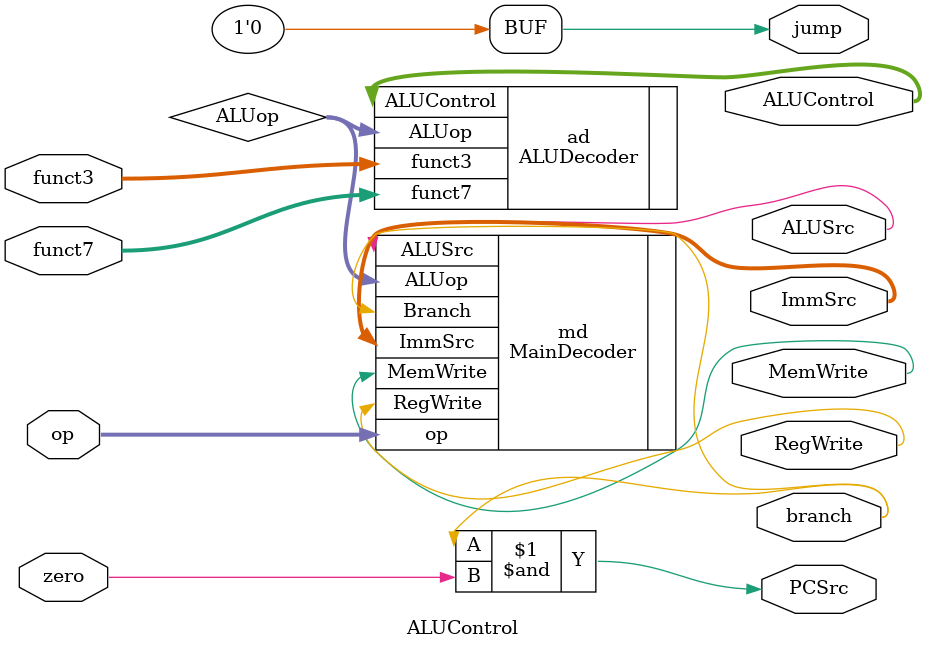
<source format=v>
module ALUControl(
    input [6:0] op,
    input [2:0] funct3,
    input [6:0] funct7,      // Corrected width here
    input zero,
    output wire PCSrc,
    output wire jump,
    output wire ALUSrc,
    output wire RegWrite,
    output wire MemWrite,
    output wire branch,
    output wire [1:0] ImmSrc,
    output wire [2:0] ALUControl
);
    wire [1:0] ALUop;

    // Instantiate MainDecoder with named ports for clarity
    MainDecoder md (
        .op(op),
        .RegWrite(RegWrite),
        .MemWrite(MemWrite),
        .Branch(branch),
        .ALUSrc(ALUSrc),
        .ALUop(ALUop),
        .ImmSrc(ImmSrc)
    );

    // Instantiate ALUDecoder
    ALUDecoder ad (
        .funct7(funct7),
        .funct3(funct3),
        .ALUop(ALUop),
        .ALUControl(ALUControl)
    );

    // jump signal currently not driven, so set it to zero (or implement your own logic)
    assign jump = 0;

    // PCSrc signal combines branch and jump
    assign PCSrc = (branch & zero) | jump;

endmodule

</source>
